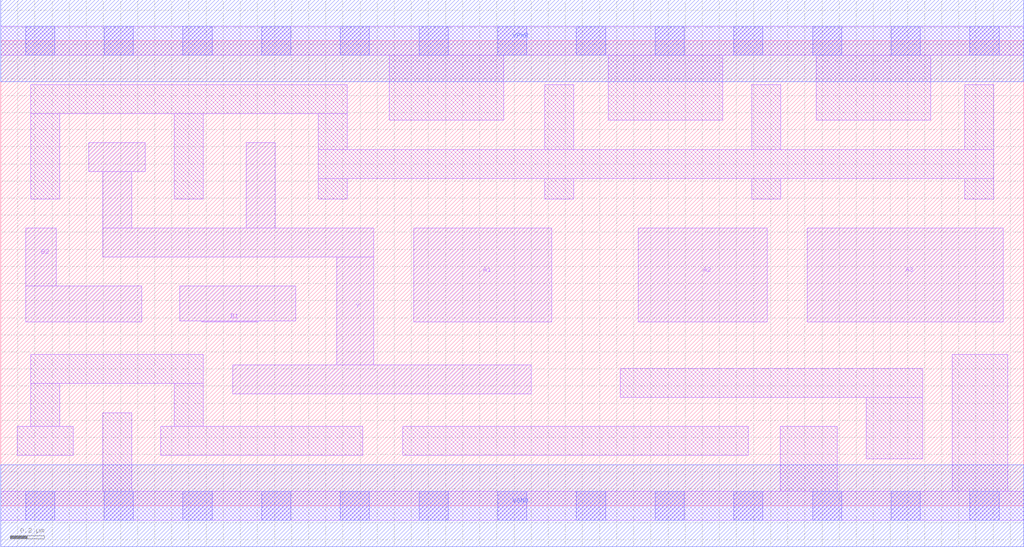
<source format=lef>
# Copyright 2020 The SkyWater PDK Authors
#
# Licensed under the Apache License, Version 2.0 (the "License");
# you may not use this file except in compliance with the License.
# You may obtain a copy of the License at
#
#     https://www.apache.org/licenses/LICENSE-2.0
#
# Unless required by applicable law or agreed to in writing, software
# distributed under the License is distributed on an "AS IS" BASIS,
# WITHOUT WARRANTIES OR CONDITIONS OF ANY KIND, either express or implied.
# See the License for the specific language governing permissions and
# limitations under the License.
#
# SPDX-License-Identifier: Apache-2.0

VERSION 5.7 ;
  NAMESCASESENSITIVE ON ;
  NOWIREEXTENSIONATPIN ON ;
  DIVIDERCHAR "/" ;
  BUSBITCHARS "[]" ;
UNITS
  DATABASE MICRONS 200 ;
END UNITS
MACRO sky130_fd_sc_hd__a32oi_2
  CLASS CORE ;
  SOURCE USER ;
  FOREIGN sky130_fd_sc_hd__a32oi_2 ;
  ORIGIN  0.000000  0.000000 ;
  SIZE  5.980000 BY  2.720000 ;
  SYMMETRY X Y R90 ;
  SITE unithd ;
  PIN A1
    ANTENNAGATEAREA  0.495000 ;
    DIRECTION INPUT ;
    USE SIGNAL ;
    PORT
      LAYER li1 ;
        RECT 2.415000 1.075000 3.220000 1.625000 ;
    END
  END A1
  PIN A2
    ANTENNAGATEAREA  0.495000 ;
    DIRECTION INPUT ;
    USE SIGNAL ;
    PORT
      LAYER li1 ;
        RECT 3.725000 1.075000 4.480000 1.625000 ;
    END
  END A2
  PIN A3
    ANTENNAGATEAREA  0.495000 ;
    DIRECTION INPUT ;
    USE SIGNAL ;
    PORT
      LAYER li1 ;
        RECT 4.715000 1.075000 5.860000 1.625000 ;
    END
  END A3
  PIN B1
    ANTENNAGATEAREA  0.495000 ;
    DIRECTION INPUT ;
    USE SIGNAL ;
    PORT
      LAYER li1 ;
        RECT 1.045000 1.080000 1.725000 1.285000 ;
        RECT 1.175000 1.075000 1.505000 1.080000 ;
    END
  END B1
  PIN B2
    ANTENNAGATEAREA  0.495000 ;
    DIRECTION INPUT ;
    USE SIGNAL ;
    PORT
      LAYER li1 ;
        RECT 0.145000 1.075000 0.825000 1.285000 ;
        RECT 0.145000 1.285000 0.325000 1.625000 ;
    END
  END B2
  PIN Y
    ANTENNADIFFAREA  0.891000 ;
    DIRECTION OUTPUT ;
    USE SIGNAL ;
    PORT
      LAYER li1 ;
        RECT 0.515000 1.955000 0.845000 2.125000 ;
        RECT 0.595000 1.455000 2.180000 1.625000 ;
        RECT 0.595000 1.625000 0.765000 1.955000 ;
        RECT 1.355000 0.655000 3.100000 0.825000 ;
        RECT 1.435000 1.625000 1.605000 2.125000 ;
        RECT 1.965000 0.825000 2.180000 1.455000 ;
    END
  END Y
  PIN VGND
    DIRECTION INOUT ;
    SHAPE ABUTMENT ;
    USE GROUND ;
    PORT
      LAYER met1 ;
        RECT 0.000000 -0.240000 5.980000 0.240000 ;
    END
  END VGND
  PIN VPWR
    DIRECTION INOUT ;
    SHAPE ABUTMENT ;
    USE POWER ;
    PORT
      LAYER met1 ;
        RECT 0.000000 2.480000 5.980000 2.960000 ;
    END
  END VPWR
  OBS
    LAYER li1 ;
      RECT 0.000000 -0.085000 5.980000 0.085000 ;
      RECT 0.000000  2.635000 5.980000 2.805000 ;
      RECT 0.095000  0.295000 0.425000 0.465000 ;
      RECT 0.175000  0.465000 0.345000 0.715000 ;
      RECT 0.175000  0.715000 1.185000 0.885000 ;
      RECT 0.175000  1.795000 0.345000 2.295000 ;
      RECT 0.175000  2.295000 2.025000 2.465000 ;
      RECT 0.595000  0.085000 0.765000 0.545000 ;
      RECT 0.935000  0.295000 2.115000 0.465000 ;
      RECT 1.015000  0.465000 1.185000 0.715000 ;
      RECT 1.015000  1.795000 1.185000 2.295000 ;
      RECT 1.855000  1.795000 2.025000 1.915000 ;
      RECT 1.855000  1.915000 5.805000 2.085000 ;
      RECT 1.855000  2.085000 2.025000 2.295000 ;
      RECT 2.270000  2.255000 2.940000 2.635000 ;
      RECT 2.350000  0.295000 4.370000 0.465000 ;
      RECT 3.180000  1.795000 3.350000 1.915000 ;
      RECT 3.180000  2.085000 3.350000 2.465000 ;
      RECT 3.550000  2.255000 4.220000 2.635000 ;
      RECT 3.620000  0.635000 5.390000 0.805000 ;
      RECT 4.390000  1.795000 4.560000 1.915000 ;
      RECT 4.390000  2.085000 4.560000 2.465000 ;
      RECT 4.555000  0.085000 4.890000 0.465000 ;
      RECT 4.765000  2.255000 5.435000 2.635000 ;
      RECT 5.060000  0.275000 5.390000 0.635000 ;
      RECT 5.560000  0.085000 5.885000 0.885000 ;
      RECT 5.635000  1.795000 5.805000 1.915000 ;
      RECT 5.635000  2.085000 5.805000 2.465000 ;
    LAYER mcon ;
      RECT 0.145000 -0.085000 0.315000 0.085000 ;
      RECT 0.145000  2.635000 0.315000 2.805000 ;
      RECT 0.605000 -0.085000 0.775000 0.085000 ;
      RECT 0.605000  2.635000 0.775000 2.805000 ;
      RECT 1.065000 -0.085000 1.235000 0.085000 ;
      RECT 1.065000  2.635000 1.235000 2.805000 ;
      RECT 1.525000 -0.085000 1.695000 0.085000 ;
      RECT 1.525000  2.635000 1.695000 2.805000 ;
      RECT 1.985000 -0.085000 2.155000 0.085000 ;
      RECT 1.985000  2.635000 2.155000 2.805000 ;
      RECT 2.445000 -0.085000 2.615000 0.085000 ;
      RECT 2.445000  2.635000 2.615000 2.805000 ;
      RECT 2.905000 -0.085000 3.075000 0.085000 ;
      RECT 2.905000  2.635000 3.075000 2.805000 ;
      RECT 3.365000 -0.085000 3.535000 0.085000 ;
      RECT 3.365000  2.635000 3.535000 2.805000 ;
      RECT 3.825000 -0.085000 3.995000 0.085000 ;
      RECT 3.825000  2.635000 3.995000 2.805000 ;
      RECT 4.285000 -0.085000 4.455000 0.085000 ;
      RECT 4.285000  2.635000 4.455000 2.805000 ;
      RECT 4.745000 -0.085000 4.915000 0.085000 ;
      RECT 4.745000  2.635000 4.915000 2.805000 ;
      RECT 5.205000 -0.085000 5.375000 0.085000 ;
      RECT 5.205000  2.635000 5.375000 2.805000 ;
      RECT 5.665000 -0.085000 5.835000 0.085000 ;
      RECT 5.665000  2.635000 5.835000 2.805000 ;
  END
END sky130_fd_sc_hd__a32oi_2

</source>
